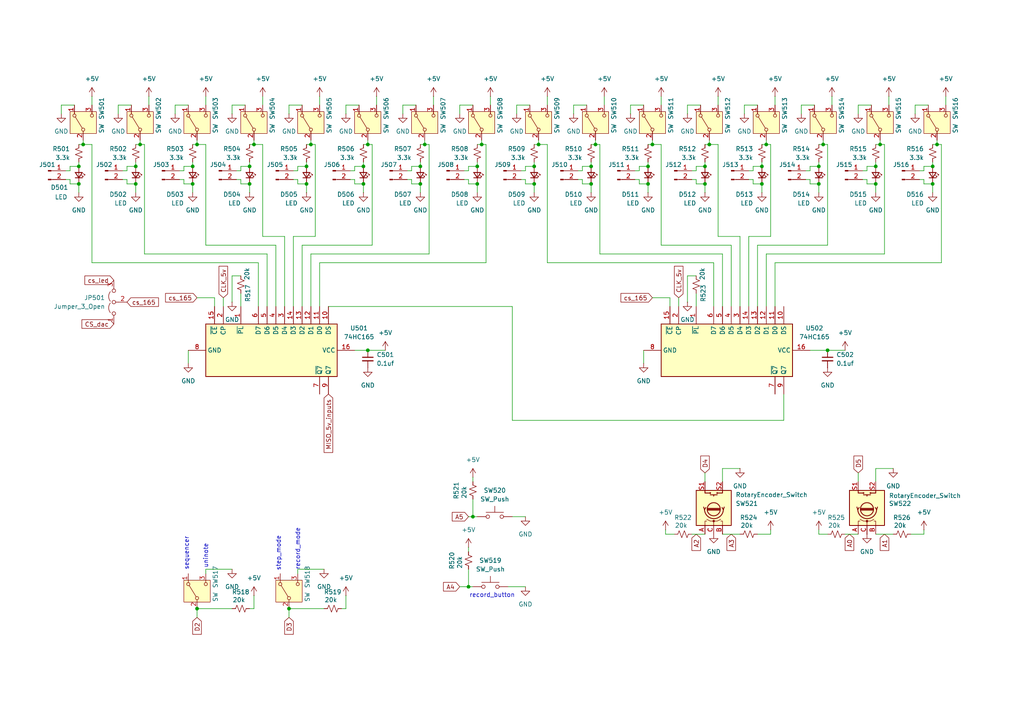
<source format=kicad_sch>
(kicad_sch (version 20250114) (generator "eeschema") (generator_version "9.0")
  (paper "A4")
  (text "record_mode" (at 86.36 159.258 90) (effects (font (size 1.27 1.27))))
  (text "uninote" (at 59.69 161.29 90) (effects (font (size 1.27 1.27))))
  (text "step_mode" (at 80.772 160.528 90) (effects (font (size 1.27 1.27))))
  (text "record_button" (at 142.748 172.72 0) (effects (font (size 1.27 1.27))))
  (text "sequencer\n" (at 54.102 160.528 90) (effects (font (size 1.27 1.27))))
  (junction (at 106.68 41.91))
  (junction (at 154.94 53.34))
  (junction (at 105.41 53.34))
  (junction (at 171.45 53.34))
  (junction (at 154.94 48.26))
  (junction (at 205.74 41.91))
  (junction (at 73.66 41.91))
  (junction (at 88.9 48.26))
  (junction (at 220.98 53.34))
  (junction (at 57.15 176.53))
  (junction (at 270.51 53.34))
  (junction (at 237.49 48.26))
  (junction (at 271.78 41.91))
  (junction (at 83.82 176.53))
  (junction (at 237.49 53.34))
  (junction (at 172.72 41.91))
  (junction (at 57.15 41.91))
  (junction (at 72.39 48.26))
  (junction (at 156.21 41.91))
  (junction (at 139.7 41.91))
  (junction (at 138.43 53.34))
  (junction (at 90.17 41.91))
  (junction (at 254 48.26))
  (junction (at 39.37 48.26))
  (junction (at 204.47 48.26))
  (junction (at 88.9 53.34))
  (junction (at 106.68 101.6))
  (junction (at 171.45 48.26))
  (junction (at 55.88 53.34))
  (junction (at 55.88 48.26))
  (junction (at 187.96 48.26))
  (junction (at 220.98 48.26))
  (junction (at 137.16 149.86))
  (junction (at 22.86 48.26))
  (junction (at 121.92 48.26))
  (junction (at 240.03 101.6))
  (junction (at 24.13 41.91))
  (junction (at 238.76 41.91))
  (junction (at 72.39 53.34))
  (junction (at 39.37 53.34))
  (junction (at 189.23 41.91))
  (junction (at 40.64 41.91))
  (junction (at 22.86 53.34))
  (junction (at 138.43 48.26))
  (junction (at 121.92 53.34))
  (junction (at 255.27 41.91))
  (junction (at 187.96 53.34))
  (junction (at 105.41 48.26))
  (junction (at 222.25 41.91))
  (junction (at 135.89 170.18))
  (junction (at 204.47 53.34))
  (junction (at 270.51 48.26))
  (junction (at 254 53.34))
  (junction (at 123.19 41.91))
  (wire (pts (xy 57.15 176.53) (xy 57.15 179.07)))
  (wire (pts (xy 185.42 49.53) (xy 185.42 48.26)))
  (wire (pts (xy 217.17 68.58) (xy 223.52 68.58)))
  (wire (pts (xy 74.93 88.9) (xy 74.93 76.2)))
  (wire (pts (xy 50.8 33.02) (xy 50.8 30.48)))
  (wire (pts (xy 139.7 41.91) (xy 140.97 41.91)))
  (wire (pts (xy 251.46 49.53) (xy 251.46 48.26)))
  (wire (pts (xy 123.19 41.91) (xy 123.19 40.64)))
  (wire (pts (xy 73.66 41.91) (xy 76.2 41.91)))
  (wire (pts (xy 52.07 52.07) (xy 53.34 52.07)))
  (wire (pts (xy 102.87 52.07) (xy 102.87 53.34)))
  (wire (pts (xy 17.78 30.48) (xy 21.59 30.48)))
  (wire (pts (xy 152.4 52.07) (xy 152.4 53.34)))
  (wire (pts (xy 106.68 41.91) (xy 107.95 41.91)))
  (wire (pts (xy 86.36 49.53) (xy 86.36 48.26)))
  (wire (pts (xy 119.38 52.07) (xy 119.38 53.34)))
  (wire (pts (xy 220.98 53.34) (xy 220.98 55.88)))
  (wire (pts (xy 88.9 53.34) (xy 88.9 55.88)))
  (wire (pts (xy 64.77 86.36) (xy 64.77 88.9)))
  (wire (pts (xy 100.33 172.72) (xy 100.33 176.53)))
  (wire (pts (xy 148.59 88.9) (xy 148.59 121.92)))
  (wire (pts (xy 248.92 30.48) (xy 252.73 30.48)))
  (wire (pts (xy 154.94 48.26) (xy 154.94 46.99)))
  (wire (pts (xy 218.44 53.34) (xy 220.98 53.34)))
  (wire (pts (xy 224.79 27.94) (xy 224.79 30.48)))
  (wire (pts (xy 22.86 48.26) (xy 22.86 46.99)))
  (wire (pts (xy 265.43 33.02) (xy 265.43 30.48)))
  (wire (pts (xy 124.46 73.66) (xy 124.46 41.91)))
  (wire (pts (xy 207.01 76.2) (xy 158.75 76.2)))
  (wire (pts (xy 257.81 27.94) (xy 257.81 30.48)))
  (wire (pts (xy 59.69 27.94) (xy 59.69 30.48)))
  (wire (pts (xy 199.39 80.01) (xy 201.93 80.01)))
  (wire (pts (xy 121.92 48.26) (xy 121.92 46.99)))
  (wire (pts (xy 53.34 53.34) (xy 55.88 53.34)))
  (wire (pts (xy 86.36 52.07) (xy 86.36 53.34)))
  (wire (pts (xy 40.64 41.91) (xy 41.91 41.91)))
  (wire (pts (xy 175.26 27.94) (xy 175.26 30.48)))
  (wire (pts (xy 158.75 27.94) (xy 158.75 30.48)))
  (wire (pts (xy 57.15 176.53) (xy 67.31 176.53)))
  (wire (pts (xy 86.36 48.26) (xy 88.9 48.26)))
  (wire (pts (xy 273.05 76.2) (xy 224.79 76.2)))
  (wire (pts (xy 191.77 41.91) (xy 189.23 41.91)))
  (wire (pts (xy 201.93 53.34) (xy 204.47 53.34)))
  (wire (pts (xy 74.93 76.2) (xy 26.67 76.2)))
  (wire (pts (xy 267.97 153.67) (xy 267.97 154.94)))
  (wire (pts (xy 36.83 52.07) (xy 36.83 53.34)))
  (wire (pts (xy 40.64 41.91) (xy 40.64 40.64)))
  (wire (pts (xy 222.25 41.91) (xy 222.25 40.64)))
  (wire (pts (xy 73.66 176.53) (xy 72.39 176.53)))
  (wire (pts (xy 168.91 49.53) (xy 168.91 48.26)))
  (wire (pts (xy 209.55 154.94) (xy 214.63 154.94)))
  (wire (pts (xy 39.37 41.91) (xy 40.64 41.91)))
  (wire (pts (xy 219.71 71.12) (xy 219.71 88.9)))
  (wire (pts (xy 270.51 53.34) (xy 270.51 55.88)))
  (wire (pts (xy 22.86 53.34) (xy 22.86 55.88)))
  (wire (pts (xy 238.76 41.91) (xy 238.76 40.64)))
  (wire (pts (xy 234.95 53.34) (xy 237.49 53.34)))
  (wire (pts (xy 68.58 49.53) (xy 69.85 49.53)))
  (wire (pts (xy 73.66 41.91) (xy 73.66 40.64)))
  (wire (pts (xy 271.78 41.91) (xy 271.78 40.64)))
  (wire (pts (xy 227.33 114.3) (xy 227.33 121.92)))
  (wire (pts (xy 83.82 33.02) (xy 83.82 30.48)))
  (wire (pts (xy 139.7 41.91) (xy 139.7 40.64)))
  (wire (pts (xy 91.44 41.91) (xy 90.17 41.91)))
  (wire (pts (xy 72.39 48.26) (xy 72.39 46.99)))
  (wire (pts (xy 232.41 33.02) (xy 232.41 30.48)))
  (wire (pts (xy 93.98 165.1) (xy 86.36 165.1)))
  (wire (pts (xy 208.28 41.91) (xy 208.28 68.58)))
  (wire (pts (xy 39.37 53.34) (xy 39.37 55.88)))
  (wire (pts (xy 267.97 49.53) (xy 267.97 48.26)))
  (wire (pts (xy 119.38 48.26) (xy 121.92 48.26)))
  (wire (pts (xy 234.95 48.26) (xy 237.49 48.26)))
  (wire (pts (xy 254 53.34) (xy 254 55.88)))
  (wire (pts (xy 218.44 49.53) (xy 218.44 48.26)))
  (wire (pts (xy 102.87 53.34) (xy 105.41 53.34)))
  (wire (pts (xy 214.63 135.89) (xy 209.55 135.89)))
  (wire (pts (xy 220.98 48.26) (xy 220.98 46.99)))
  (wire (pts (xy 119.38 53.34) (xy 121.92 53.34)))
  (wire (pts (xy 69.85 53.34) (xy 72.39 53.34)))
  (wire (pts (xy 85.09 88.9) (xy 85.09 68.58)))
  (wire (pts (xy 69.85 48.26) (xy 72.39 48.26)))
  (wire (pts (xy 204.47 137.16) (xy 204.47 139.7)))
  (wire (pts (xy 267.97 154.94) (xy 264.16 154.94)))
  (wire (pts (xy 204.47 48.26) (xy 204.47 46.99)))
  (wire (pts (xy 237.49 153.67) (xy 237.49 154.94)))
  (wire (pts (xy 201.93 85.09) (xy 201.93 88.9)))
  (wire (pts (xy 214.63 68.58) (xy 214.63 88.9)))
  (wire (pts (xy 36.83 53.34) (xy 39.37 53.34)))
  (wire (pts (xy 220.98 41.91) (xy 222.25 41.91)))
  (wire (pts (xy 101.6 49.53) (xy 102.87 49.53)))
  (wire (pts (xy 209.55 73.66) (xy 209.55 88.9)))
  (wire (pts (xy 166.37 33.02) (xy 166.37 30.48)))
  (wire (pts (xy 222.25 88.9) (xy 222.25 73.66)))
  (wire (pts (xy 134.62 52.07) (xy 135.89 52.07)))
  (wire (pts (xy 142.24 27.94) (xy 142.24 30.48)))
  (wire (pts (xy 212.09 71.12) (xy 191.77 71.12)))
  (wire (pts (xy 270.51 48.26) (xy 270.51 46.99)))
  (wire (pts (xy 83.82 179.07) (xy 83.82 176.53)))
  (wire (pts (xy 217.17 88.9) (xy 217.17 68.58)))
  (wire (pts (xy 72.39 41.91) (xy 73.66 41.91)))
  (wire (pts (xy 208.28 27.94) (xy 208.28 30.48)))
  (wire (pts (xy 34.29 30.48) (xy 38.1 30.48)))
  (wire (pts (xy 173.99 41.91) (xy 172.72 41.91)))
  (wire (pts (xy 91.44 68.58) (xy 91.44 41.91)))
  (wire (pts (xy 105.41 41.91) (xy 106.68 41.91)))
  (wire (pts (xy 59.69 71.12) (xy 59.69 41.91)))
  (wire (pts (xy 20.32 53.34) (xy 22.86 53.34)))
  (wire (pts (xy 259.08 135.89) (xy 254 135.89)))
  (wire (pts (xy 266.7 49.53) (xy 267.97 49.53)))
  (wire (pts (xy 273.05 41.91) (xy 273.05 76.2)))
  (wire (pts (xy 140.97 41.91) (xy 140.97 76.2)))
  (wire (pts (xy 166.37 30.48) (xy 170.18 30.48)))
  (wire (pts (xy 68.58 52.07) (xy 69.85 52.07)))
  (wire (pts (xy 55.88 41.91) (xy 57.15 41.91)))
  (wire (pts (xy 116.84 33.02) (xy 116.84 30.48)))
  (wire (pts (xy 90.17 88.9) (xy 90.17 73.66)))
  (wire (pts (xy 22.86 41.91) (xy 24.13 41.91)))
  (wire (pts (xy 234.95 101.6) (xy 240.03 101.6)))
  (wire (pts (xy 20.32 49.53) (xy 20.32 48.26)))
  (wire (pts (xy 55.88 53.34) (xy 55.88 55.88)))
  (wire (pts (xy 271.78 41.91) (xy 273.05 41.91)))
  (wire (pts (xy 118.11 49.53) (xy 119.38 49.53)))
  (wire (pts (xy 50.8 30.48) (xy 54.61 30.48)))
  (wire (pts (xy 135.89 149.86) (xy 137.16 149.86)))
  (wire (pts (xy 152.4 49.53) (xy 152.4 48.26)))
  (wire (pts (xy 222.25 41.91) (xy 223.52 41.91)))
  (wire (pts (xy 200.66 154.94) (xy 204.47 154.94)))
  (wire (pts (xy 138.43 41.91) (xy 139.7 41.91)))
  (wire (pts (xy 171.45 53.34) (xy 171.45 55.88)))
  (wire (pts (xy 248.92 137.16) (xy 248.92 139.7)))
  (wire (pts (xy 52.07 49.53) (xy 53.34 49.53)))
  (wire (pts (xy 237.49 48.26) (xy 237.49 46.99)))
  (wire (pts (xy 26.67 27.94) (xy 26.67 30.48)))
  (wire (pts (xy 245.11 154.94) (xy 248.92 154.94)))
  (wire (pts (xy 189.23 41.91) (xy 189.23 40.64)))
  (wire (pts (xy 19.05 52.07) (xy 20.32 52.07)))
  (wire (pts (xy 224.79 76.2) (xy 224.79 88.9)))
  (wire (pts (xy 233.68 49.53) (xy 234.95 49.53)))
  (wire (pts (xy 267.97 48.26) (xy 270.51 48.26)))
  (wire (pts (xy 53.34 52.07) (xy 53.34 53.34)))
  (wire (pts (xy 105.41 53.34) (xy 105.41 55.88)))
  (wire (pts (xy 201.93 49.53) (xy 201.93 48.26)))
  (wire (pts (xy 77.47 73.66) (xy 77.47 88.9)))
  (wire (pts (xy 254 48.26) (xy 254 46.99)))
  (wire (pts (xy 92.71 76.2) (xy 92.71 88.9)))
  (wire (pts (xy 222.25 73.66) (xy 256.54 73.66)))
  (wire (pts (xy 227.33 121.92) (xy 148.59 121.92)))
  (wire (pts (xy 199.39 87.63) (xy 199.39 80.01)))
  (wire (pts (xy 148.59 88.9) (xy 95.25 88.9)))
  (wire (pts (xy 194.31 86.36) (xy 194.31 88.9)))
  (wire (pts (xy 218.44 52.07) (xy 218.44 53.34)))
  (wire (pts (xy 102.87 48.26) (xy 105.41 48.26)))
  (wire (pts (xy 85.09 49.53) (xy 86.36 49.53)))
  (wire (pts (xy 241.3 27.94) (xy 241.3 30.48)))
  (wire (pts (xy 274.32 27.94) (xy 274.32 30.48)))
  (wire (pts (xy 88.9 41.91) (xy 90.17 41.91)))
  (wire (pts (xy 86.36 53.34) (xy 88.9 53.34)))
  (wire (pts (xy 182.88 30.48) (xy 186.69 30.48)))
  (wire (pts (xy 251.46 48.26) (xy 254 48.26)))
  (wire (pts (xy 172.72 41.91) (xy 172.72 40.64)))
  (wire (pts (xy 187.96 53.34) (xy 187.96 55.88)))
  (wire (pts (xy 57.15 86.36) (xy 62.23 86.36)))
  (wire (pts (xy 54.61 101.6) (xy 54.61 105.41)))
  (wire (pts (xy 193.04 154.94) (xy 195.58 154.94)))
  (wire (pts (xy 205.74 41.91) (xy 205.74 40.64)))
  (wire (pts (xy 133.35 33.02) (xy 133.35 30.48)))
  (wire (pts (xy 254 41.91) (xy 255.27 41.91)))
  (wire (pts (xy 41.91 73.66) (xy 77.47 73.66)))
  (wire (pts (xy 121.92 41.91) (xy 123.19 41.91)))
  (wire (pts (xy 267.97 52.07) (xy 267.97 53.34)))
  (wire (pts (xy 152.4 48.26) (xy 154.94 48.26)))
  (wire (pts (xy 205.74 41.91) (xy 208.28 41.91)))
  (wire (pts (xy 88.9 48.26) (xy 88.9 46.99)))
  (wire (pts (xy 168.91 48.26) (xy 171.45 48.26)))
  (wire (pts (xy 240.03 71.12) (xy 219.71 71.12)))
  (wire (pts (xy 135.89 170.18) (xy 137.16 170.18)))
  (wire (pts (xy 137.16 144.78) (xy 137.16 149.86)))
  (wire (pts (xy 184.15 49.53) (xy 185.42 49.53)))
  (wire (pts (xy 237.49 41.91) (xy 238.76 41.91)))
  (wire (pts (xy 167.64 52.07) (xy 168.91 52.07)))
  (wire (pts (xy 59.69 165.1) (xy 59.69 166.37)))
  (wire (pts (xy 256.54 73.66) (xy 256.54 41.91)))
  (wire (pts (xy 67.31 30.48) (xy 71.12 30.48)))
  (wire (pts (xy 193.04 153.67) (xy 193.04 154.94)))
  (wire (pts (xy 149.86 33.02) (xy 149.86 30.48)))
  (wire (pts (xy 17.78 33.02) (xy 17.78 30.48)))
  (wire (pts (xy 167.64 49.53) (xy 168.91 49.53)))
  (wire (pts (xy 217.17 52.07) (xy 218.44 52.07)))
  (wire (pts (xy 187.96 48.26) (xy 187.96 46.99)))
  (wire (pts (xy 207.01 88.9) (xy 207.01 76.2)))
  (wire (pts (xy 36.83 48.26) (xy 39.37 48.26)))
  (wire (pts (xy 251.46 52.07) (xy 251.46 53.34)))
  (wire (pts (xy 250.19 52.07) (xy 251.46 52.07)))
  (wire (pts (xy 173.99 73.66) (xy 209.55 73.66)))
  (wire (pts (xy 201.93 48.26) (xy 204.47 48.26)))
  (wire (pts (xy 39.37 48.26) (xy 39.37 46.99)))
  (wire (pts (xy 158.75 76.2) (xy 158.75 41.91)))
  (wire (pts (xy 26.67 41.91) (xy 24.13 41.91)))
  (wire (pts (xy 255.27 41.91) (xy 255.27 40.64)))
  (wire (pts (xy 137.16 138.43) (xy 137.16 139.7)))
  (wire (pts (xy 100.33 176.53) (xy 99.06 176.53)))
  (wire (pts (xy 100.33 33.02) (xy 100.33 30.48)))
  (wire (pts (xy 82.55 68.58) (xy 82.55 88.9)))
  (wire (pts (xy 90.17 73.66) (xy 124.46 73.66)))
  (wire (pts (xy 137.16 149.86) (xy 138.43 149.86)))
  (wire (pts (xy 218.44 48.26) (xy 220.98 48.26)))
  (wire (pts (xy 223.52 154.94) (xy 219.71 154.94)))
  (wire (pts (xy 254 154.94) (xy 259.08 154.94)))
  (wire (pts (xy 69.85 85.09) (xy 69.85 88.9)))
  (wire (pts (xy 35.56 49.53) (xy 36.83 49.53)))
  (wire (pts (xy 186.69 101.6) (xy 186.69 105.41)))
  (wire (pts (xy 208.28 68.58) (xy 214.63 68.58)))
  (wire (pts (xy 200.66 49.53) (xy 201.93 49.53)))
  (wire (pts (xy 55.88 48.26) (xy 55.88 46.99)))
  (wire (pts (xy 154.94 41.91) (xy 156.21 41.91)))
  (wire (pts (xy 80.01 71.12) (xy 59.69 71.12)))
  (wire (pts (xy 200.66 52.07) (xy 201.93 52.07)))
  (wire (pts (xy 76.2 68.58) (xy 82.55 68.58)))
  (wire (pts (xy 59.69 41.91) (xy 57.15 41.91)))
  (wire (pts (xy 125.73 27.94) (xy 125.73 30.48)))
  (wire (pts (xy 135.89 49.53) (xy 135.89 48.26)))
  (wire (pts (xy 204.47 53.34) (xy 204.47 55.88)))
  (wire (pts (xy 76.2 41.91) (xy 76.2 68.58)))
  (wire (pts (xy 106.68 101.6) (xy 111.76 101.6)))
  (wire (pts (xy 109.22 27.94) (xy 109.22 30.48)))
  (wire (pts (xy 135.89 48.26) (xy 138.43 48.26)))
  (wire (pts (xy 67.31 33.02) (xy 67.31 30.48)))
  (wire (pts (xy 92.71 27.94) (xy 92.71 30.48)))
  (wire (pts (xy 168.91 53.34) (xy 171.45 53.34)))
  (wire (pts (xy 237.49 154.94) (xy 240.03 154.94)))
  (wire (pts (xy 80.01 88.9) (xy 80.01 71.12)))
  (wire (pts (xy 53.34 49.53) (xy 53.34 48.26)))
  (wire (pts (xy 234.95 52.07) (xy 234.95 53.34)))
  (wire (pts (xy 26.67 76.2) (xy 26.67 41.91)))
  (wire (pts (xy 135.89 158.75) (xy 135.89 160.02)))
  (wire (pts (xy 189.23 86.36) (xy 194.31 86.36)))
  (wire (pts (xy 254 135.89) (xy 254 139.7)))
  (wire (pts (xy 34.29 33.02) (xy 34.29 30.48)))
  (wire (pts (xy 101.6 52.07) (xy 102.87 52.07)))
  (wire (pts (xy 67.31 87.63) (xy 67.31 80.01)))
  (wire (pts (xy 184.15 52.07) (xy 185.42 52.07)))
  (wire (pts (xy 240.03 101.6) (xy 245.11 101.6)))
  (wire (pts (xy 223.52 153.67) (xy 223.52 154.94)))
  (wire (pts (xy 19.05 49.53) (xy 20.32 49.53)))
  (wire (pts (xy 265.43 30.48) (xy 269.24 30.48)))
  (wire (pts (xy 83.82 176.53) (xy 93.98 176.53)))
  (wire (pts (xy 20.32 48.26) (xy 22.86 48.26)))
  (wire (pts (xy 106.68 41.91) (xy 106.68 40.64)))
  (wire (pts (xy 138.43 48.26) (xy 138.43 46.99)))
  (wire (pts (xy 154.94 53.34) (xy 154.94 55.88)))
  (wire (pts (xy 238.76 41.91) (xy 240.03 41.91)))
  (wire (pts (xy 270.51 41.91) (xy 271.78 41.91)))
  (wire (pts (xy 215.9 33.02) (xy 215.9 30.48)))
  (wire (pts (xy 102.87 49.53) (xy 102.87 48.26)))
  (wire (pts (xy 116.84 30.48) (xy 120.65 30.48)))
  (wire (pts (xy 232.41 30.48) (xy 236.22 30.48)))
  (wire (pts (xy 237.49 53.34) (xy 237.49 55.88)))
  (wire (pts (xy 250.19 49.53) (xy 251.46 49.53)))
  (wire (pts (xy 135.89 165.1) (xy 135.89 170.18)))
  (wire (pts (xy 248.92 33.02) (xy 248.92 30.48)))
  (wire (pts (xy 140.97 76.2) (xy 92.71 76.2)))
  (wire (pts (xy 107.95 71.12) (xy 87.63 71.12)))
  (wire (pts (xy 151.13 49.53) (xy 152.4 49.53)))
  (wire (pts (xy 83.82 30.48) (xy 87.63 30.48)))
  (wire (pts (xy 240.03 41.91) (xy 240.03 71.12)))
  (wire (pts (xy 107.95 41.91) (xy 107.95 71.12)))
  (wire (pts (xy 185.42 52.07) (xy 185.42 53.34)))
  (wire (pts (xy 100.33 30.48) (xy 104.14 30.48)))
  (wire (pts (xy 86.36 165.1) (xy 86.36 166.37)))
  (wire (pts (xy 134.62 49.53) (xy 135.89 49.53)))
  (wire (pts (xy 90.17 41.91) (xy 90.17 40.64)))
  (wire (pts (xy 199.39 33.02) (xy 199.39 30.48)))
  (wire (pts (xy 152.4 149.86) (xy 148.59 149.86)))
  (wire (pts (xy 57.15 41.91) (xy 57.15 40.64)))
  (wire (pts (xy 135.89 52.07) (xy 135.89 53.34)))
  (wire (pts (xy 256.54 41.91) (xy 255.27 41.91)))
  (wire (pts (xy 191.77 71.12) (xy 191.77 41.91)))
  (wire (pts (xy 105.41 48.26) (xy 105.41 46.99)))
  (wire (pts (xy 217.17 49.53) (xy 218.44 49.53)))
  (wire (pts (xy 138.43 53.34) (xy 138.43 55.88)))
  (wire (pts (xy 201.93 52.07) (xy 201.93 53.34)))
  (wire (pts (xy 87.63 71.12) (xy 87.63 88.9)))
  (wire (pts (xy 267.97 53.34) (xy 270.51 53.34)))
  (wire (pts (xy 20.32 52.07) (xy 20.32 53.34)))
  (wire (pts (xy 24.13 41.91) (xy 24.13 40.64)))
  (wire (pts (xy 119.38 49.53) (xy 119.38 48.26)))
  (wire (pts (xy 69.85 49.53) (xy 69.85 48.26)))
  (wire (pts (xy 152.4 53.34) (xy 154.94 53.34)))
  (wire (pts (xy 251.46 53.34) (xy 254 53.34)))
  (wire (pts (xy 121.92 53.34) (xy 121.92 55.88)))
  (wire (pts (xy 53.34 48.26) (xy 55.88 48.26)))
  (wire (pts (xy 149.86 30.48) (xy 153.67 30.48)))
  (wire (pts (xy 204.47 41.91) (xy 205.74 41.91)))
  (wire (pts (xy 67.31 165.1) (xy 59.69 165.1)))
  (wire (pts (xy 199.39 30.48) (xy 203.2 30.48)))
  (wire (pts (xy 158.75 41.91) (xy 156.21 41.91)))
  (wire (pts (xy 67.31 80.01) (xy 69.85 80.01)))
  (wire (pts (xy 233.68 52.07) (xy 234.95 52.07)))
  (wire (pts (xy 124.46 41.91) (xy 123.19 41.91)))
  (wire (pts (xy 36.83 49.53) (xy 36.83 48.26)))
  (wire (pts (xy 85.09 68.58) (xy 91.44 68.58)))
  (wire (pts (xy 147.32 170.18) (xy 152.4 170.18)))
  (wire (pts (xy 102.87 101.6) (xy 106.68 101.6)))
  (wire (pts (xy 182.88 33.02) (xy 182.88 30.48)))
  (wire (pts (xy 76.2 27.94) (xy 76.2 30.48)))
  (wire (pts (xy 187.96 41.91) (xy 189.23 41.91)))
  (wire (pts (xy 209.55 135.89) (xy 209.55 139.7)))
  (wire (pts (xy 171.45 41.91) (xy 172.72 41.91)))
  (wire (pts (xy 266.7 52.07) (xy 267.97 52.07)))
  (wire (pts (xy 215.9 30.48) (xy 219.71 30.48)))
  (wire (pts (xy 185.42 48.26) (xy 187.96 48.26)))
  (wire (pts (xy 151.13 52.07) (xy 152.4 52.07)))
  (wire (pts (xy 156.21 41.91) (xy 156.21 40.64)))
  (wire (pts (xy 135.89 53.34) (xy 138.43 53.34)))
  (wire (pts (xy 234.95 49.53) (xy 234.95 48.26)))
  (wire (pts (xy 118.11 52.07) (xy 119.38 52.07)))
  (wire (pts (xy 72.39 53.34) (xy 72.39 55.88)))
  (wire (pts (xy 62.23 86.36) (xy 62.23 88.9)))
  (wire (pts (xy 85.09 52.07) (xy 86.36 52.07)))
  (wire (pts (xy 133.35 30.48) (xy 137.16 30.48)))
  (wire (pts (xy 69.85 52.07) (xy 69.85 53.34)))
  (wire (pts (xy 35.56 52.07) (xy 36.83 52.07)))
  (wire (pts (xy 41.91 41.91) (xy 41.91 73.66)))
  (wire (pts (xy 185.42 53.34) (xy 187.96 53.34)))
  (wire (pts (xy 43.18 27.94) (xy 43.18 30.48)))
  (wire (pts (xy 212.09 88.9) (xy 212.09 71.12)))
  (wire (pts (xy 173.99 73.66) (xy 173.99 41.91)))
  (wire (pts (xy 133.35 170.18) (xy 135.89 170.18)))
  (wire (pts (xy 196.85 86.36) (xy 196.85 88.9)))
  (wire (pts (xy 73.66 172.72) (xy 73.66 176.53)))
  (wire (pts (xy 171.45 48.26) (xy 171.45 46.99)))
  (wire (pts (xy 223.52 68.58) (xy 223.52 41.91)))
  (wire (pts (xy 191.77 27.94) (xy 191.77 30.48)))
  (wire (pts (xy 168.91 52.07) (xy 168.91 53.34)))
  (global_label "cs_165" (shape input) (at 57.15 86.36 180) (property "Intersheetrefs" "${INTERSHEET_REFS}" (effects (hide yes))))
  (global_label "A2" (shape input) (at 201.93 154.94 270) (property "Intersheetrefs" "${INTERSHEET_REFS}" (effects (hide yes))))
  (global_label "A1" (shape input) (at 256.54 154.94 270) (property "Intersheetrefs" "${INTERSHEET_REFS}" (effects (hide yes))))
  (global_label "D2" (shape input) (at 57.15 179.07 270) (property "Intersheetrefs" "${INTERSHEET_REFS}" (effects (hide yes))))
  (global_label "CS_dac" (shape input) (at 33.02 93.98 180) (property "Intersheetrefs" "${INTERSHEET_REFS}" (effects (hide yes))))
  (global_label "cs_165" (shape input) (at 36.83 87.63 0) (property "Intersheetrefs" "${INTERSHEET_REFS}" (effects (hide yes))))
  (global_label "CLK_5v" (shape input) (at 64.77 86.36 90) (property "Intersheetrefs" "${INTERSHEET_REFS}" (effects (hide yes))))
  (global_label "A3" (shape input) (at 212.09 154.94 270) (property "Intersheetrefs" "${INTERSHEET_REFS}" (effects (hide yes))))
  (global_label "D5" (shape input) (at 248.92 137.16 90) (property "Intersheetrefs" "${INTERSHEET_REFS}" (effects (hide yes))))
  (global_label "A0" (shape input) (at 246.38 154.94 270) (property "Intersheetrefs" "${INTERSHEET_REFS}" (effects (hide yes))))
  (global_label "MISO_5v_inputs" (shape input) (at 95.25 114.3 270) (property "Intersheetrefs" "${INTERSHEET_REFS}" (effects (hide yes))))
  (global_label "D4" (shape input) (at 204.47 137.16 90) (property "Intersheetrefs" "${INTERSHEET_REFS}" (effects (hide yes))))
  (global_label "D3" (shape input) (at 83.82 179.07 270) (property "Intersheetrefs" "${INTERSHEET_REFS}" (effects (hide yes))))
  (global_label "A4" (shape input) (at 133.35 170.18 180) (property "Intersheetrefs" "${INTERSHEET_REFS}" (effects (hide yes))))
  (global_label "A5" (shape input) (at 135.89 149.86 180) (property "Intersheetrefs" "${INTERSHEET_REFS}" (effects (hide yes))))
  (global_label "CLK_5v" (shape input) (at 196.85 86.36 90) (property "Intersheetrefs" "${INTERSHEET_REFS}" (effects (hide yes))))
  (global_label "cs_165" (shape input) (at 189.23 86.36 180) (property "Intersheetrefs" "${INTERSHEET_REFS}" (effects (hide yes))))
  (global_label "cs_led" (shape input) (at 33.02 81.28 180) (property "Intersheetrefs" "${INTERSHEET_REFS}" (effects (hide yes))))
  (symbol (lib_id "Connector:Conn_01x02_Pin") (at 212.09 49.53 0) (unit 1)
    (property "Reference" "J513" (at 211.836 47.752 0))
    (property "Value" "Conn_01x02_Pin" (effects (hide yes)))
    (property "Footprint" "Connector_PinSocket_2.54mm:PinSocket_1x02_P2.54mm_Vertical" (effects (hide yes)))
    (property "Description" "Generic connector, single row, 01x02, script generated" (effects (hide yes)))
  )
  (symbol (lib_id "power:GND") (at 166.37 33.02 0) (unit 1)
    (property "Reference" "#PWR0540" (effects (hide yes)))
    (property "Value" "GND" (at 166.37 38.1 0))
    (property "Description" "Power symbol creates a global label with name \"GND\" , ground" (effects (hide yes)))
  )
  (symbol (lib_id "Device:R_Small_US") (at 55.88 44.45 0) (mirror y) (unit 1)
    (property "Reference" "R503" (at 53.34 43.1799 0) (effects (justify left)))
    (property "Value" "3.3k" (at 53.34 45.7199 0) (effects (justify left)))
    (property "Footprint" "Resistor_SMD:R_0805_2012Metric_Pad1.20x1.40mm_HandSolder" (effects (hide yes)))
    (property "Description" "Resistor, small US symbol" (effects (hide yes)))
  )
  (symbol (lib_id "power:GND") (at 220.98 55.88 0) (mirror y) (unit 1)
    (property "Reference" "#PWR0554" (effects (hide yes)))
    (property "Value" "GND" (at 220.98 60.96 0))
    (property "Description" "Power symbol creates a global label with name \"GND\" , ground" (effects (hide yes)))
  )
  (symbol (lib_id "power:+5V") (at 241.3 27.94 0) (unit 1)
    (property "Reference" "#PWR0561" (effects (hide yes)))
    (property "Value" "+5V" (at 241.3 22.86 0))
    (property "Description" "Power symbol creates a global label with name \"+5V\"" (effects (hide yes)))
  )
  (symbol (lib_id "power:GND") (at 72.39 55.88 0) (mirror y) (unit 1)
    (property "Reference" "#PWR0514" (effects (hide yes)))
    (property "Value" "GND" (at 72.39 60.96 0))
    (property "Description" "Power symbol creates a global label with name \"GND\" , ground" (effects (hide yes)))
  )
  (symbol (lib_id "Device:LED_Small") (at 204.47 50.8 270) (mirror x) (unit 1)
    (property "Reference" "D512" (at 201.93 56.388 90) (effects (justify right)))
    (property "Value" "LED" (at 201.93 58.928 90) (effects (justify right)))
    (property "Footprint" "LED_SMD:LED_0805_2012Metric_Pad1.15x1.40mm_HandSolder" (effects (hide yes)))
    (property "Description" "Light emitting diode, small symbol" (effects (hide yes)))
    (property "Sim.Pin" "1=K 2=A" (effects (hide yes)))
  )
  (symbol (lib_id "power:+5V") (at 257.81 27.94 0) (unit 1)
    (property "Reference" "#PWR0566" (effects (hide yes)))
    (property "Value" "+5V" (at 257.81 22.86 0))
    (property "Description" "Power symbol creates a global label with name \"+5V\"" (effects (hide yes)))
  )
  (symbol (lib_id "power:GND") (at 93.98 165.1 0) (mirror y) (unit 1)
    (property "Reference" "#PWR0520" (effects (hide yes)))
    (property "Value" "GND" (at 93.98 170.18 0))
    (property "Description" "Power symbol creates a global label with name \"GND\" , ground" (effects (hide yes)))
  )
  (symbol (lib_id "Jumper:Jumper_3_Open") (at 33.02 87.63 90) (unit 1) (in_bom no)
    (property "Reference" "JP501" (at 30.48 86.3599 90) (effects (justify left)))
    (property "Value" "Jumper_3_Open" (at 30.48 88.8999 90) (effects (justify left)))
    (property "Footprint" "Connector_PinHeader_2.54mm:PinHeader_1x03_P2.54mm_Vertical" (effects (hide yes)))
    (property "Description" "Jumper, 3-pole, both open" (effects (hide yes)))
  )
  (symbol (lib_id "Connector:Conn_01x02_Pin") (at 146.05 49.53 0) (unit 1)
    (property "Reference" "J509" (at 145.796 47.752 0))
    (property "Value" "Conn_01x02_Pin" (effects (hide yes)))
    (property "Footprint" "Connector_PinSocket_2.54mm:PinSocket_1x02_P2.54mm_Vertical" (effects (hide yes)))
    (property "Description" "Generic connector, single row, 01x02, script generated" (effects (hide yes)))
  )
  (symbol (lib_id "power:GND") (at 88.9 55.88 0) (mirror y) (unit 1)
    (property "Reference" "#PWR0518" (effects (hide yes)))
    (property "Value" "GND" (at 88.9 60.96 0))
    (property "Description" "Power symbol creates a global label with name \"GND\" , ground" (effects (hide yes)))
  )
  (symbol (lib_id "Connector:Conn_01x02_Pin") (at 96.52 49.53 0) (unit 1)
    (property "Reference" "J506" (at 96.266 47.752 0))
    (property "Value" "Conn_01x02_Pin" (effects (hide yes)))
    (property "Footprint" "Connector_PinSocket_2.54mm:PinSocket_1x02_P2.54mm_Vertical" (effects (hide yes)))
    (property "Description" "Generic connector, single row, 01x02, script generated" (effects (hide yes)))
  )
  (symbol (lib_id "Device:R_Small_US") (at 105.41 44.45 0) (mirror y) (unit 1)
    (property "Reference" "R506" (at 102.87 43.1799 0) (effects (justify left)))
    (property "Value" "3.3k" (at 102.87 45.7199 0) (effects (justify left)))
    (property "Footprint" "Resistor_SMD:R_0805_2012Metric_Pad1.20x1.40mm_HandSolder" (effects (hide yes)))
    (property "Description" "Resistor, small US symbol" (effects (hide yes)))
  )
  (symbol (lib_id "Connector:Conn_01x02_Pin") (at 63.5 49.53 0) (unit 1)
    (property "Reference" "J504" (at 63.246 47.752 0))
    (property "Value" "Conn_01x02_Pin" (effects (hide yes)))
    (property "Footprint" "Connector_PinSocket_2.54mm:PinSocket_1x02_P2.54mm_Vertical" (effects (hide yes)))
    (property "Description" "Generic connector, single row, 01x02, script generated" (effects (hide yes)))
  )
  (symbol (lib_id "Device:C_Small") (at 106.68 104.14 0) (unit 1)
    (property "Reference" "C501" (at 109.22 102.8762 0) (effects (justify left)))
    (property "Value" "0.1uf" (at 109.22 105.4162 0) (effects (justify left)))
    (property "Footprint" "LED_SMD:LED_0805_2012Metric_Pad1.15x1.40mm_HandSolder" (effects (hide yes)))
    (property "Description" "Unpolarized capacitor, small symbol" (effects (hide yes)))
  )
  (symbol (lib_id "Device:LED_Small") (at 254 50.8 270) (mirror x) (unit 1)
    (property "Reference" "D515" (at 251.46 56.388 90) (effects (justify right)))
    (property "Value" "LED" (at 251.46 58.928 90) (effects (justify right)))
    (property "Footprint" "LED_SMD:LED_0805_2012Metric_Pad1.15x1.40mm_HandSolder" (effects (hide yes)))
    (property "Description" "Light emitting diode, small symbol" (effects (hide yes)))
    (property "Sim.Pin" "1=K 2=A" (effects (hide yes)))
  )
  (symbol (lib_id "power:GND") (at 105.41 55.88 0) (mirror y) (unit 1)
    (property "Reference" "#PWR0523" (effects (hide yes)))
    (property "Value" "GND" (at 105.41 60.96 0))
    (property "Description" "Power symbol creates a global label with name \"GND\" , ground" (effects (hide yes)))
  )
  (symbol (lib_id "74xx:74HC165") (at 80.01 101.6 270) (unit 1)
    (property "Reference" "U501" (at 104.14 95.1798 90))
    (property "Value" "74HC165" (at 104.14 97.7198 90))
    (property "Footprint" "Package_SO:SO-16_3.9x9.9mm_P1.27mm" (effects (hide yes)))
    (property "Datasheet" "https://assets.nexperia.com/documents/data-sheet/74HC_HCT165.pdf" (effects (hide yes)))
    (property "Description" "Shift Register, 8-bit, Parallel Load" (effects (hide yes)))
  )
  (symbol (lib_id "power:GND") (at 149.86 33.02 0) (unit 1)
    (property "Reference" "#PWR0535" (effects (hide yes)))
    (property "Value" "GND" (at 149.86 38.1 0))
    (property "Description" "Power symbol creates a global label with name \"GND\" , ground" (effects (hide yes)))
  )
  (symbol (lib_id "Device:R_Small_US") (at 270.51 44.45 0) (mirror y) (unit 1)
    (property "Reference" "R516" (at 267.97 43.1799 0) (effects (justify left)))
    (property "Value" "3.3k" (at 267.97 45.7199 0) (effects (justify left)))
    (property "Footprint" "Resistor_SMD:R_0805_2012Metric_Pad1.20x1.40mm_HandSolder" (effects (hide yes)))
    (property "Description" "Resistor, small US symbol" (effects (hide yes)))
  )
  (symbol (lib_id "power:GND") (at 152.4 149.86 0) (mirror y) (unit 1)
    (property "Reference" "#PWR0536" (effects (hide yes)))
    (property "Value" "GND" (at 152.4 154.94 0))
    (property "Description" "Power symbol creates a global label with name \"GND\" , ground" (effects (hide yes)))
  )
  (symbol (lib_id "power:+5V") (at 111.76 101.6 0) (unit 1)
    (property "Reference" "#PWR0526" (effects (hide yes)))
    (property "Value" "+5V" (at 111.76 96.52 0))
    (property "Description" "Power symbol creates a global label with name \"+5V\"" (effects (hide yes)))
  )
  (symbol (lib_id "Connector:Conn_01x02_Pin") (at 46.99 49.53 0) (unit 1)
    (property "Reference" "J503" (at 46.736 47.752 0))
    (property "Value" "Conn_01x02_Pin" (effects (hide yes)))
    (property "Footprint" "Connector_PinSocket_2.54mm:PinSocket_1x02_P2.54mm_Vertical" (effects (hide yes)))
    (property "Description" "Generic connector, single row, 01x02, script generated" (effects (hide yes)))
  )
  (symbol (lib_id "power:+5V") (at 59.69 27.94 0) (unit 1)
    (property "Reference" "#PWR0510" (effects (hide yes)))
    (property "Value" "+5V" (at 59.69 22.86 0))
    (property "Description" "Power symbol creates a global label with name \"+5V\"" (effects (hide yes)))
  )
  (symbol (lib_id "Switch:SW_SPDT") (at 57.15 35.56 90) (unit 1)
    (property "Reference" "SW503" (at 62.484 28.194 0) (effects (justify right)))
    (property "Value" "SW" (at 62.484 35.814 0) (effects (justify right)))
    (property "Footprint" "Connector_PinSocket_2.54mm:PinSocket_1x03_P2.54mm_Vertical" (effects (hide yes)))
    (property "Description" "Switch, single pole double throw" (effects (hide yes)))
  )
  (symbol (lib_id "Device:R_Small_US") (at 138.43 44.45 0) (mirror y) (unit 1)
    (property "Reference" "R508" (at 135.89 43.1799 0) (effects (justify left)))
    (property "Value" "3.3k" (at 135.89 45.7199 0) (effects (justify left)))
    (property "Footprint" "Resistor_SMD:R_0805_2012Metric_Pad1.20x1.40mm_HandSolder" (effects (hide yes)))
    (property "Description" "Resistor, small US symbol" (effects (hide yes)))
  )
  (symbol (lib_id "power:GND") (at 171.45 55.88 0) (mirror y) (unit 1)
    (property "Reference" "#PWR0541" (effects (hide yes)))
    (property "Value" "GND" (at 171.45 60.96 0))
    (property "Description" "Power symbol creates a global label with name \"GND\" , ground" (effects (hide yes)))
  )
  (symbol (lib_id "Switch:SW_SPDT") (at 106.68 35.56 90) (unit 1)
    (property "Reference" "SW506" (at 112.014 28.194 0) (effects (justify right)))
    (property "Value" "SW" (at 112.014 35.814 0) (effects (justify right)))
    (property "Footprint" "Connector_PinSocket_2.54mm:PinSocket_1x03_P2.54mm_Vertical" (effects (hide yes)))
    (property "Description" "Switch, single pole double throw" (effects (hide yes)))
  )
  (symbol (lib_id "Device:LED_Small") (at 237.49 50.8 270) (mirror x) (unit 1)
    (property "Reference" "D514" (at 234.95 56.388 90) (effects (justify right)))
    (property "Value" "LED" (at 234.95 58.928 90) (effects (justify right)))
    (property "Footprint" "LED_SMD:LED_0805_2012Metric_Pad1.15x1.40mm_HandSolder" (effects (hide yes)))
    (property "Description" "Light emitting diode, small symbol" (effects (hide yes)))
    (property "Sim.Pin" "1=K 2=A" (effects (hide yes)))
  )
  (symbol (lib_id "Connector:Conn_01x02_Pin") (at 179.07 49.53 0) (unit 1)
    (property "Reference" "J511" (at 178.816 47.752 0))
    (property "Value" "Conn_01x02_Pin" (effects (hide yes)))
    (property "Footprint" "Connector_PinSocket_2.54mm:PinSocket_1x02_P2.54mm_Vertical" (effects (hide yes)))
    (property "Description" "Generic connector, single row, 01x02, script generated" (effects (hide yes)))
  )
  (symbol (lib_id "Device:R_Small_US") (at 121.92 44.45 0) (mirror y) (unit 1)
    (property "Reference" "R507" (at 119.38 43.1799 0) (effects (justify left)))
    (property "Value" "3.3k" (at 119.38 45.7199 0) (effects (justify left)))
    (property "Footprint" "Resistor_SMD:R_0805_2012Metric_Pad1.20x1.40mm_HandSolder" (effects (hide yes)))
    (property "Description" "Resistor, small US symbol" (effects (hide yes)))
  )
  (symbol (lib_id "Switch:SW_Push") (at 142.24 170.18 0) (unit 1)
    (property "Reference" "SW519" (at 142.24 162.56 0))
    (property "Value" "SW_Push" (at 142.24 165.1 0))
    (property "Footprint" "Connector_PinSocket_2.54mm:PinSocket_1x02_P2.54mm_Vertical" (effects (hide yes)))
    (property "Description" "Push button switch, generic, two pins" (effects (hide yes)))
  )
  (symbol (lib_id "power:+5V") (at 142.24 27.94 0) (unit 1)
    (property "Reference" "#PWR0534" (effects (hide yes)))
    (property "Value" "+5V" (at 142.24 22.86 0))
    (property "Description" "Power symbol creates a global label with name \"+5V\"" (effects (hide yes)))
  )
  (symbol (lib_id "Switch:SW_SPDT") (at 156.21 35.56 90) (unit 1)
    (property "Reference" "SW509" (at 161.544 28.194 0) (effects (justify right)))
    (property "Value" "SW" (at 161.544 35.814 0) (effects (justify right)))
    (property "Footprint" "Connector_PinSocket_2.54mm:PinSocket_1x03_P2.54mm_Vertical" (effects (hide yes)))
    (property "Description" "Switch, single pole double throw" (effects (hide yes)))
  )
  (symbol (lib_id "power:GND") (at 100.33 33.02 0) (unit 1)
    (property "Reference" "#PWR0521" (effects (hide yes)))
    (property "Value" "GND" (at 100.33 38.1 0))
    (property "Description" "Power symbol creates a global label with name \"GND\" , ground" (effects (hide yes)))
  )
  (symbol (lib_id "Device:LED_Small") (at 72.39 50.8 270) (mirror x) (unit 1)
    (property "Reference" "D504" (at 69.85 56.388 90) (effects (justify right)))
    (property "Value" "LED" (at 69.85 58.928 90) (effects (justify right)))
    (property "Footprint" "LED_SMD:LED_0805_2012Metric_Pad1.15x1.40mm_HandSolder" (effects (hide yes)))
    (property "Description" "Light emitting diode, small symbol" (effects (hide yes)))
    (property "Sim.Pin" "1=K 2=A" (effects (hide yes)))
  )
  (symbol (lib_id "Device:R_Small_US") (at 135.89 162.56 180) (unit 1)
    (property "Reference" "R520" (at 131.064 160.02 90) (effects (justify left)))
    (property "Value" "20k" (at 133.35 161.29 90) (effects (justify left)))
    (property "Footprint" "Resistor_SMD:R_0805_2012Metric_Pad1.20x1.40mm_HandSolder" (effects (hide yes)))
    (property "Description" "Resistor, small US symbol" (effects (hide yes)))
  )
  (symbol (lib_id "power:GND") (at 199.39 33.02 0) (unit 1)
    (property "Reference" "#PWR0548" (effects (hide yes)))
    (property "Value" "GND" (at 199.39 38.1 0))
    (property "Description" "Power symbol creates a global label with name \"GND\" , ground" (effects (hide yes)))
  )
  (symbol (lib_id "power:GND") (at 106.68 106.68 0) (mirror y) (unit 1)
    (property "Reference" "#PWR0524" (effects (hide yes)))
    (property "Value" "GND" (at 106.68 111.76 0))
    (property "Description" "Power symbol creates a global label with name \"GND\" , ground" (effects (hide yes)))
  )
  (symbol (lib_id "power:GND") (at 116.84 33.02 0) (unit 1)
    (property "Reference" "#PWR0527" (effects (hide yes)))
    (property "Value" "GND" (at 116.84 38.1 0))
    (property "Description" "Power symbol creates a global label with name \"GND\" , ground" (effects (hide yes)))
  )
  (symbol (lib_id "74xx:74HC165") (at 212.09 101.6 270) (unit 1)
    (property "Reference" "U502" (at 236.22 95.1798 90))
    (property "Value" "74HC165" (at 236.22 97.7198 90))
    (property "Footprint" "Package_SO:SO-16_3.9x9.9mm_P1.27mm" (effects (hide yes)))
    (property "Datasheet" "https://assets.nexperia.com/documents/data-sheet/74HC_HCT165.pdf" (effects (hide yes)))
    (property "Description" "Shift Register, 8-bit, Parallel Load" (effects (hide yes)))
  )
  (symbol (lib_id "Switch:SW_SPDT") (at 271.78 35.56 90) (unit 1)
    (property "Reference" "SW516" (at 277.114 28.194 0) (effects (justify right)))
    (property "Value" "SW" (at 277.114 35.814 0) (effects (justify right)))
    (property "Footprint" "Connector_PinSocket_2.54mm:PinSocket_1x03_P2.54mm_Vertical" (effects (hide yes)))
    (property "Description" "Switch, single pole double throw" (effects (hide yes)))
  )
  (symbol (lib_id "Switch:SW_SPDT") (at 172.72 35.56 90) (unit 1)
    (property "Reference" "SW510" (at 178.054 28.194 0) (effects (justify right)))
    (property "Value" "SW" (at 178.054 35.814 0) (effects (justify right)))
    (property "Footprint" "Connector_PinSocket_2.54mm:PinSocket_1x03_P2.54mm_Vertical" (effects (hide yes)))
    (property "Description" "Switch, single pole double throw" (effects (hide yes)))
  )
  (symbol (lib_id "Device:RotaryEncoder_Switch") (at 207.01 147.32 90) (unit 1)
    (property "Reference" "SW521" (at 213.36 146.0499 90) (effects (justify right)))
    (property "Value" "RotaryEncoder_Switch" (at 213.36 143.51 90) (effects (justify right)))
    (property "Footprint" "RotaryEncoder:RotaryEncoder_Alps_EC11E-Switch_Vertical_H20mm" (effects (hide yes)))
    (property "Description" "Rotary encoder, dual channel, incremental quadrate outputs, with switch" (effects (hide yes)))
  )
  (symbol (lib_id "power:GND") (at 254 55.88 0) (mirror y) (unit 1)
    (property "Reference" "#PWR0565" (effects (hide yes)))
    (property "Value" "GND" (at 254 60.96 0))
    (property "Description" "Power symbol creates a global label with name \"GND\" , ground" (effects (hide yes)))
  )
  (symbol (lib_id "Device:LED_Small") (at 187.96 50.8 270) (mirror x) (unit 1)
    (property "Reference" "D511" (at 185.42 56.388 90) (effects (justify right)))
    (property "Value" "LED" (at 185.42 58.928 90) (effects (justify right)))
    (property "Footprint" "LED_SMD:LED_0805_2012Metric_Pad1.15x1.40mm_HandSolder" (effects (hide yes)))
    (property "Description" "Light emitting diode, small symbol" (effects (hide yes)))
    (property "Sim.Pin" "1=K 2=A" (effects (hide yes)))
  )
  (symbol (lib_id "Device:R_Small_US") (at 22.86 44.45 0) (mirror y) (unit 1)
    (property "Reference" "R501" (at 20.32 43.1799 0) (effects (justify left)))
    (property "Value" "3.3k" (at 20.32 45.7199 0) (effects (justify left)))
    (property "Footprint" "Resistor_SMD:R_0805_2012Metric_Pad1.20x1.40mm_HandSolder" (effects (hide yes)))
    (property "Description" "Resistor, small US symbol" (effects (hide yes)))
  )
  (symbol (lib_id "power:GND") (at 259.08 135.89 0) (mirror y) (unit 1)
    (property "Reference" "#PWR0572" (effects (hide yes)))
    (property "Value" "GND" (at 259.08 140.97 0))
    (property "Description" "Power symbol creates a global label with name \"GND\" , ground" (effects (hide yes)))
  )
  (symbol (lib_id "Switch:SW_SPDT") (at 238.76 35.56 90) (unit 1)
    (property "Reference" "SW514" (at 244.094 28.194 0) (effects (justify right)))
    (property "Value" "SW" (at 244.094 35.814 0) (effects (justify right)))
    (property "Footprint" "Connector_PinSocket_2.54mm:PinSocket_1x03_P2.54mm_Vertical" (effects (hide yes)))
    (property "Description" "Switch, single pole double throw" (effects (hide yes)))
  )
  (symbol (lib_id "power:+5V") (at 158.75 27.94 0) (unit 1)
    (property "Reference" "#PWR0539" (effects (hide yes)))
    (property "Value" "+5V" (at 158.75 22.86 0))
    (property "Description" "Power symbol creates a global label with name \"+5V\"" (effects (hide yes)))
  )
  (symbol (lib_id "Switch:SW_SPDT") (at 57.15 171.45 90) (unit 1)
    (property "Reference" "SW517" (at 62.484 164.084 0) (effects (justify right)))
    (property "Value" "SW" (at 62.484 171.704 0) (effects (justify right)))
    (property "Footprint" "Connector_PinSocket_2.54mm:PinSocket_1x03_P2.54mm_Vertical" (effects (hide yes)))
    (property "Description" "Switch, single pole double throw" (effects (hide yes)))
  )
  (symbol (lib_id "Switch:SW_SPDT") (at 222.25 35.56 90) (unit 1)
    (property "Reference" "SW513" (at 227.584 28.194 0) (effects (justify right)))
    (property "Value" "SW" (at 227.584 35.814 0) (effects (justify right)))
    (property "Footprint" "Connector_PinSocket_2.54mm:PinSocket_1x03_P2.54mm_Vertical" (effects (hide yes)))
    (property "Description" "Switch, single pole double throw" (effects (hide yes)))
  )
  (symbol (lib_id "Switch:SW_SPDT") (at 24.13 35.56 90) (unit 1)
    (property "Reference" "SW501" (at 29.464 28.194 0) (effects (justify right)))
    (property "Value" "SW" (at 29.464 35.814 0) (effects (justify right)))
    (property "Footprint" "Connector_PinSocket_2.54mm:PinSocket_1x03_P2.54mm_Vertical" (effects (hide yes)))
    (property "Description" "Switch, single pole double throw" (effects (hide yes)))
  )
  (symbol (lib_id "power:GND") (at 34.29 33.02 0) (unit 1)
    (property "Reference" "#PWR0504" (effects (hide yes)))
    (property "Value" "GND" (at 34.29 38.1 0))
    (property "Description" "Power symbol creates a global label with name \"GND\" , ground" (effects (hide yes)))
  )
  (symbol (lib_id "Device:R_Small_US") (at 69.85 176.53 90) (unit 1)
    (property "Reference" "R518" (at 72.39 171.704 90) (effects (justify left)))
    (property "Value" "20k" (at 71.12 173.99 90) (effects (justify left)))
    (property "Footprint" "Resistor_SMD:R_0805_2012Metric_Pad1.20x1.40mm_HandSolder" (effects (hide yes)))
    (property "Description" "Resistor, small US symbol" (effects (hide yes)))
  )
  (symbol (lib_id "Connector:Conn_01x02_Pin") (at 113.03 49.53 0) (unit 1)
    (property "Reference" "J507" (at 112.776 47.752 0))
    (property "Value" "Conn_01x02_Pin" (effects (hide yes)))
    (property "Footprint" "Connector_PinSocket_2.54mm:PinSocket_1x02_P2.54mm_Vertical" (effects (hide yes)))
    (property "Description" "Generic connector, single row, 01x02, script generated" (effects (hide yes)))
  )
  (symbol (lib_id "Connector:Conn_01x02_Pin") (at 228.6 49.53 0) (unit 1)
    (property "Reference" "J514" (at 228.346 47.752 0))
    (property "Value" "Conn_01x02_Pin" (effects (hide yes)))
    (property "Footprint" "Connector_PinSocket_2.54mm:PinSocket_1x02_P2.54mm_Vertical" (effects (hide yes)))
    (property "Description" "Generic connector, single row, 01x02, script generated" (effects (hide yes)))
  )
  (symbol (lib_id "Device:R_Small_US") (at 261.62 154.94 90) (unit 1)
    (property "Reference" "R526" (at 264.16 150.114 90) (effects (justify left)))
    (property "Value" "20k" (at 262.89 152.4 90) (effects (justify left)))
    (property "Footprint" "Resistor_SMD:R_0805_2012Metric_Pad1.20x1.40mm_HandSolder" (effects (hide yes)))
    (property "Description" "Resistor, small US symbol" (effects (hide yes)))
  )
  (symbol (lib_id "Connector:Conn_01x02_Pin") (at 129.54 49.53 0) (unit 1)
    (property "Reference" "J508" (at 129.286 47.752 0))
    (property "Value" "Conn_01x02_Pin" (effects (hide yes)))
    (property "Footprint" "Connector_PinSocket_2.54mm:PinSocket_1x02_P2.54mm_Vertical" (effects (hide yes)))
    (property "Description" "Generic connector, single row, 01x02, script generated" (effects (hide yes)))
  )
  (symbol (lib_id "power:GND") (at 187.96 55.88 0) (mirror y) (unit 1)
    (property "Reference" "#PWR0545" (effects (hide yes)))
    (property "Value" "GND" (at 187.96 60.96 0))
    (property "Description" "Power symbol creates a global label with name \"GND\" , ground" (effects (hide yes)))
  )
  (symbol (lib_id "Device:LED_Small") (at 154.94 50.8 270) (mirror x) (unit 1)
    (property "Reference" "D509" (at 152.4 56.388 90) (effects (justify right)))
    (property "Value" "LED" (at 152.4 58.928 90) (effects (justify right)))
    (property "Footprint" "LED_SMD:LED_0805_2012Metric_Pad1.15x1.40mm_HandSolder" (effects (hide yes)))
    (property "Description" "Light emitting diode, small symbol" (effects (hide yes)))
    (property "Sim.Pin" "1=K 2=A" (effects (hide yes)))
  )
  (symbol (lib_id "power:GND") (at 237.49 55.88 0) (mirror y) (unit 1)
    (property "Reference" "#PWR0558" (effects (hide yes)))
    (property "Value" "GND" (at 237.49 60.96 0))
    (property "Description" "Power symbol creates a global label with name \"GND\" , ground" (effects (hide yes)))
  )
  (symbol (lib_id "power:+5V") (at 208.28 27.94 0) (unit 1)
    (property "Reference" "#PWR0552" (effects (hide yes)))
    (property "Value" "+5V" (at 208.28 22.86 0))
    (property "Description" "Power symbol creates a global label with name \"+5V\"" (effects (hide yes)))
  )
  (symbol (lib_id "Device:R_Small_US") (at 171.45 44.45 0) (mirror y) (unit 1)
    (property "Reference" "R510" (at 168.91 43.1799 0) (effects (justify left)))
    (property "Value" "3.3k" (at 168.91 45.7199 0) (effects (justify left)))
    (property "Footprint" "Resistor_SMD:R_0805_2012Metric_Pad1.20x1.40mm_HandSolder" (effects (hide yes)))
    (property "Description" "Resistor, small US symbol" (effects (hide yes)))
  )
  (symbol (lib_id "power:GND") (at 270.51 55.88 0) (mirror y) (unit 1)
    (property "Reference" "#PWR0569" (effects (hide yes)))
    (property "Value" "GND" (at 270.51 60.96 0))
    (property "Description" "Power symbol creates a global label with name \"GND\" , ground" (effects (hide yes)))
  )
  (symbol (lib_id "Device:C_Small") (at 240.03 104.14 0) (unit 1)
    (property "Reference" "C502" (at 242.57 102.8762 0) (effects (justify left)))
    (property "Value" "0.1uf" (at 242.57 105.4162 0) (effects (justify left)))
    (property "Footprint" "LED_SMD:LED_0805_2012Metric_Pad1.15x1.40mm_HandSolder" (effects (hide yes)))
    (property "Description" "Unpolarized capacitor, small symbol" (effects (hide yes)))
  )
  (symbol (lib_id "Connector:Conn_01x02_Pin") (at 261.62 49.53 0) (unit 1)
    (property "Reference" "J516" (at 261.366 47.752 0))
    (property "Value" "Conn_01x02_Pin" (effects (hide yes)))
    (property "Footprint" "Connector_PinSocket_2.54mm:PinSocket_1x02_P2.54mm_Vertical" (effects (hide yes)))
    (property "Description" "Generic connector, single row, 01x02, script generated" (effects (hide yes)))
  )
  (symbol (lib_id "power:+5V") (at 73.66 172.72 0) (unit 1)
    (property "Reference" "#PWR0515" (effects (hide yes)))
    (property "Value" "+5V" (at 73.66 167.64 0))
    (property "Description" "Power symbol creates a global label with name \"+5V\"" (effects (hide yes)))
  )
  (symbol (lib_id "power:+5V") (at 137.16 138.43 0) (unit 1)
    (property "Reference" "#PWR0532" (effects (hide yes)))
    (property "Value" "+5V" (at 137.16 133.35 0))
    (property "Description" "Power symbol creates a global label with name \"+5V\"" (effects (hide yes)))
  )
  (symbol (lib_id "power:+5V") (at 237.49 153.67 0) (unit 1)
    (property "Reference" "#PWR0559" (effects (hide yes)))
    (property "Value" "+5V" (at 237.49 148.59 0))
    (property "Description" "Power symbol creates a global label with name \"+5V\"" (effects (hide yes)))
  )
  (symbol (lib_id "power:+5V") (at 274.32 27.94 0) (unit 1)
    (property "Reference" "#PWR0570" (effects (hide yes)))
    (property "Value" "+5V" (at 274.32 22.86 0))
    (property "Description" "Power symbol creates a global label with name \"+5V\"" (effects (hide yes)))
  )
  (symbol (lib_id "Connector:Conn_01x02_Pin") (at 162.56 49.53 0) (unit 1)
    (property "Reference" "J510" (at 162.306 47.752 0))
    (property "Value" "Conn_01x02_Pin" (effects (hide yes)))
    (property "Footprint" "Connector_PinSocket_2.54mm:PinSocket_1x02_P2.54mm_Vertical" (effects (hide yes)))
    (property "Description" "Generic connector, single row, 01x02, script generated" (effects (hide yes)))
  )
  (symbol (lib_id "power:GND") (at 232.41 33.02 0) (unit 1)
    (property "Reference" "#PWR0557" (effects (hide yes)))
    (property "Value" "GND" (at 232.41 38.1 0))
    (property "Description" "Power symbol creates a global label with name \"GND\" , ground" (effects (hide yes)))
  )
  (symbol (lib_id "Switch:SW_SPDT") (at 139.7 35.56 90) (unit 1)
    (property "Reference" "SW508" (at 145.034 28.194 0) (effects (justify right)))
    (property "Value" "SW" (at 145.034 35.814 0) (effects (justify right)))
    (property "Footprint" "Connector_PinSocket_2.54mm:PinSocket_1x03_P2.54mm_Vertical" (effects (hide yes)))
    (property "Description" "Switch, single pole double throw" (effects (hide yes)))
  )
  (symbol (lib_id "power:+5V") (at 92.71 27.94 0) (unit 1)
    (property "Reference" "#PWR0519" (effects (hide yes)))
    (property "Value" "+5V" (at 92.71 22.86 0))
    (property "Description" "Power symbol creates a global label with name \"+5V\"" (effects (hide yes)))
  )
  (symbol (lib_id "power:GND") (at 199.39 87.63 0) (mirror y) (unit 1)
    (property "Reference" "#PWR0549" (effects (hide yes)))
    (property "Value" "GND" (at 199.39 92.71 0))
    (property "Description" "Power symbol creates a global label with name \"GND\" , ground" (effects (hide yes)))
  )
  (symbol (lib_id "power:+5V") (at 223.52 153.67 0) (unit 1)
    (property "Reference" "#PWR0555" (effects (hide yes)))
    (property "Value" "+5V" (at 223.52 148.59 0))
    (property "Description" "Power symbol creates a global label with name \"+5V\"" (effects (hide yes)))
  )
  (symbol (lib_id "power:GND") (at 251.46 154.94 0) (mirror y) (unit 1)
    (property "Reference" "#PWR0564" (effects (hide yes)))
    (property "Value" "GND" (at 251.46 160.02 0))
    (property "Description" "Power symbol creates a global label with name \"GND\" , ground" (effects (hide yes)))
  )
  (symbol (lib_id "power:GND") (at 152.4 170.18 0) (mirror y) (unit 1)
    (property "Reference" "#PWR0537" (effects (hide yes)))
    (property "Value" "GND" (at 152.4 175.26 0))
    (property "Description" "Power symbol creates a global label with name \"GND\" , ground" (effects (hide yes)))
  )
  (symbol (lib_id "power:GND") (at 39.37 55.88 0) (mirror y) (unit 1)
    (property "Reference" "#PWR0505" (effects (hide yes)))
    (property "Value" "GND" (at 39.37 60.96 0))
    (property "Description" "Power symbol creates a global label with name \"GND\" , ground" (effects (hide yes)))
  )
  (symbol (lib_id "Connector:Conn_01x02_Pin") (at 30.48 49.53 0) (unit 1)
    (property "Reference" "J502" (at 30.226 47.752 0))
    (property "Value" "Conn_01x02_Pin" (effects (hide yes)))
    (property "Footprint" "Connector_PinSocket_2.54mm:PinSocket_1x02_P2.54mm_Vertical" (effects (hide yes)))
    (property "Description" "Generic connector, single row, 01x02, script generated" (effects (hide yes)))
  )
  (symbol (lib_id "power:+5V") (at 135.89 158.75 0) (unit 1)
    (property "Reference" "#PWR0531" (effects (hide yes)))
    (property "Value" "+5V" (at 135.89 153.67 0))
    (property "Description" "Power symbol creates a global label with name \"+5V\"" (effects (hide yes)))
  )
  (symbol (lib_id "power:+5V") (at 43.18 27.94 0) (unit 1)
    (property "Reference" "#PWR0506" (effects (hide yes)))
    (property "Value" "+5V" (at 43.18 22.86 0))
    (property "Description" "Power symbol creates a global label with name \"+5V\"" (effects (hide yes)))
  )
  (symbol (lib_id "power:GND") (at 133.35 33.02 0) (unit 1)
    (property "Reference" "#PWR0530" (effects (hide yes)))
    (property "Value" "GND" (at 133.35 38.1 0))
    (property "Description" "Power symbol creates a global label with name \"GND\" , ground" (effects (hide yes)))
  )
  (symbol (lib_id "Device:R_Small_US") (at 154.94 44.45 0) (mirror y) (unit 1)
    (property "Reference" "R509" (at 152.4 43.1799 0) (effects (justify left)))
    (property "Value" "3.3k" (at 152.4 45.7199 0) (effects (justify left)))
    (property "Footprint" "Resistor_SMD:R_0805_2012Metric_Pad1.20x1.40mm_HandSolder" (effects (hide yes)))
    (property "Description" "Resistor, small US symbol" (effects (hide yes)))
  )
  (symbol (lib_id "power:+5V") (at 193.04 153.67 0) (unit 1)
    (property "Reference" "#PWR0547" (effects (hide yes)))
    (property "Value" "+5V" (at 193.04 148.59 0))
    (property "Description" "Power symbol creates a global label with name \"+5V\"" (effects (hide yes)))
  )
  (symbol (lib_id "power:GND") (at 186.69 105.41 0) (mirror y) (unit 1)
    (property "Reference" "#PWR0544" (effects (hide yes)))
    (property "Value" "GND" (at 186.69 110.49 0))
    (property "Description" "Power symbol creates a global label with name \"GND\" , ground" (effects (hide yes)))
  )
  (symbol (lib_id "Device:R_Small_US") (at 242.57 154.94 90) (unit 1)
    (property "Reference" "R525" (at 245.11 150.114 90) (effects (justify left)))
    (property "Value" "20k" (at 243.84 152.4 90) (effects (justify left)))
    (property "Footprint" "Resistor_SMD:R_0805_2012Metric_Pad1.20x1.40mm_HandSolder" (effects (hide yes)))
    (property "Description" "Resistor, small US symbol" (effects (hide yes)))
  )
  (symbol (lib_id "power:GND") (at 67.31 87.63 0) (mirror y) (unit 1)
    (property "Reference" "#PWR0512" (effects (hide yes)))
    (property "Value" "GND" (at 67.31 92.71 0))
    (property "Description" "Power symbol creates a global label with name \"GND\" , ground" (effects (hide yes)))
  )
  (symbol (lib_id "power:+5V") (at 26.67 27.94 0) (unit 1)
    (property "Reference" "#PWR0503" (effects (hide yes)))
    (property "Value" "+5V" (at 26.67 22.86 0))
    (property "Description" "Power symbol creates a global label with name \"+5V\"" (effects (hide yes)))
  )
  (symbol (lib_id "Device:LED_Small") (at 138.43 50.8 270) (mirror x) (unit 1)
    (property "Reference" "D508" (at 135.89 56.388 90) (effects (justify right)))
    (property "Value" "LED" (at 135.89 58.928 90) (effects (justify right)))
    (property "Footprint" "LED_SMD:LED_0805_2012Metric_Pad1.15x1.40mm_HandSolder" (effects (hide yes)))
    (property "Description" "Light emitting diode, small symbol" (effects (hide yes)))
    (property "Sim.Pin" "1=K 2=A" (effects (hide yes)))
  )
  (symbol (lib_id "power:GND") (at 54.61 105.41 0) (mirror y) (unit 1)
    (property "Reference" "#PWR0508" (effects (hide yes)))
    (property "Value" "GND" (at 54.61 110.49 0))
    (property "Description" "Power symbol creates a global label with name \"GND\" , ground" (effects (hide yes)))
  )
  (symbol (lib_id "Device:R_Small_US") (at 237.49 44.45 0) (mirror y) (unit 1)
    (property "Reference" "R514" (at 234.95 43.1799 0) (effects (justify left)))
    (property "Value" "3.3k" (at 234.95 45.7199 0) (effects (justify left)))
    (property "Footprint" "Resistor_SMD:R_0805_2012Metric_Pad1.20x1.40mm_HandSolder" (effects (hide yes)))
    (property "Description" "Resistor, small US symbol" (effects (hide yes)))
  )
  (symbol (lib_id "Switch:SW_SPDT") (at 123.19 35.56 90) (unit 1)
    (property "Reference" "SW507" (at 128.524 28.194 0) (effects (justify right)))
    (property "Value" "SW" (at 128.524 35.814 0) (effects (justify right)))
    (property "Footprint" "Connector_PinSocket_2.54mm:PinSocket_1x03_P2.54mm_Vertical" (effects (hide yes)))
    (property "Description" "Switch, single pole double throw" (effects (hide yes)))
  )
  (symbol (lib_id "Device:LED_Small") (at 55.88 50.8 270) (mirror x) (unit 1)
    (property "Reference" "D503" (at 53.34 56.388 90) (effects (justify right)))
    (property "Value" "LED" (at 53.34 58.928 90) (effects (justify right)))
    (property "Footprint" "LED_SMD:LED_0805_2012Metric_Pad1.15x1.40mm_HandSolder" (effects (hide yes)))
    (property "Description" "Light emitting diode, small symbol" (effects (hide yes)))
    (property "Sim.Pin" "1=K 2=A" (effects (hide yes)))
  )
  (symbol (lib_id "Device:R_Small_US") (at 187.96 44.45 0) (mirror y) (unit 1)
    (property "Reference" "R511" (at 185.42 43.1799 0) (effects (justify left)))
    (property "Value" "3.3k" (at 185.42 45.7199 0) (effects (justify left)))
    (property "Footprint" "Resistor_SMD:R_0805_2012Metric_Pad1.20x1.40mm_HandSolder" (effects (hide yes)))
    (property "Description" "Resistor, small US symbol" (effects (hide yes)))
  )
  (symbol (lib_id "Device:LED_Small") (at 121.92 50.8 270) (mirror x) (unit 1)
    (property "Reference" "D507" (at 119.38 56.388 90) (effects (justify right)))
    (property "Value" "LED" (at 119.38 58.928 90) (effects (justify right)))
    (property "Footprint" "LED_SMD:LED_0805_2012Metric_Pad1.15x1.40mm_HandSolder" (effects (hide yes)))
    (property "Description" "Light emitting diode, small symbol" (effects (hide yes)))
    (property "Sim.Pin" "1=K 2=A" (effects (hide yes)))
  )
  (symbol (lib_id "Device:LED_Small") (at 105.41 50.8 270) (mirror x) (unit 1)
    (property "Reference" "D506" (at 102.87 56.388 90) (effects (justify right)))
    (property "Value" "LED" (at 102.87 58.928 90) (effects (justify right)))
    (property "Footprint" "LED_SMD:LED_0805_2012Metric_Pad1.15x1.40mm_HandSolder" (effects (hide yes)))
    (property "Description" "Light emitting diode, small symbol" (effects (hide yes)))
    (property "Sim.Pin" "1=K 2=A" (effects (hide yes)))
  )
  (symbol (lib_id "power:GND") (at 67.31 165.1 0) (mirror y) (unit 1)
    (property "Reference" "#PWR0513" (effects (hide yes)))
    (property "Value" "GND" (at 67.31 170.18 0))
    (property "Description" "Power symbol creates a global label with name \"GND\" , ground" (effects (hide yes)))
  )
  (symbol (lib_id "Switch:SW_SPDT") (at 83.82 171.45 90) (unit 1)
    (property "Reference" "SW518" (at 89.154 164.084 0) (effects (justify right)))
    (property "Value" "SW" (at 89.154 171.704 0) (effects (justify right)))
    (property "Footprint" "Connector_PinSocket_2.54mm:PinSocket_1x03_P2.54mm_Vertical" (effects (hide yes)))
    (property "Description" "Switch, single pole double throw" (effects (hide yes)))
  )
  (symbol (lib_id "power:GND") (at 215.9 33.02 0) (unit 1)
    (property "Reference" "#PWR0553" (effects (hide yes)))
    (property "Value" "GND" (at 215.9 38.1 0))
    (property "Description" "Power symbol creates a global label with name \"GND\" , ground" (effects (hide yes)))
  )
  (symbol (lib_id "Device:R_Small_US") (at 88.9 44.45 0) (mirror y) (unit 1)
    (property "Reference" "R505" (at 86.36 43.1799 0) (effects (justify left)))
    (property "Value" "3.3k" (at 86.36 45.7199 0) (effects (justify left)))
    (property "Footprint" "Resistor_SMD:R_0805_2012Metric_Pad1.20x1.40mm_HandSolder" (effects (hide yes)))
    (property "Description" "Resistor, small US symbol" (effects (hide yes)))
  )
  (symbol (lib_id "Device:R_Small_US") (at 69.85 82.55 0) (unit 1)
    (property "Reference" "R517" (at 71.882 87.63 90) (effects (justify left)))
    (property "Value" "20k" (at 71.628 81.28 90) (effects (justify left)))
    (property "Footprint" "Resistor_SMD:R_0805_2012Metric_Pad1.20x1.40mm_HandSolder" (effects (hide yes)))
    (property "Description" "Resistor, small US symbol" (effects (hide yes)))
  )
  (symbol (lib_id "power:GND") (at 182.88 33.02 0) (unit 1)
    (property "Reference" "#PWR0543" (effects (hide yes)))
    (property "Value" "GND" (at 182.88 38.1 0))
    (property "Description" "Power symbol creates a global label with name \"GND\" , ground" (effects (hide yes)))
  )
  (symbol (lib_id "power:+5V") (at 267.97 153.67 0) (unit 1)
    (property "Reference" "#PWR0568" (effects (hide yes)))
    (property "Value" "+5V" (at 267.97 148.59 0))
    (property "Description" "Power symbol creates a global label with name \"+5V\"" (effects (hide yes)))
  )
  (symbol (lib_id "power:GND") (at 50.8 33.02 0) (unit 1)
    (property "Reference" "#PWR0507" (effects (hide yes)))
    (property "Value" "GND" (at 50.8 38.1 0))
    (property "Description" "Power symbol creates a global label with name \"GND\" , ground" (effects (hide yes)))
  )
  (symbol (lib_id "power:+5V") (at 191.77 27.94 0) (unit 1)
    (property "Reference" "#PWR0546" (effects (hide yes)))
    (property "Value" "+5V" (at 191.77 22.86 0))
    (property "Description" "Power symbol creates a global label with name \"+5V\"" (effects (hide yes)))
  )
  (symbol (lib_id "Connector:Conn_01x02_Pin") (at 80.01 49.53 0) (unit 1)
    (property "Reference" "J505" (at 79.756 47.752 0))
    (property "Value" "Conn_01x02_Pin" (effects (hide yes)))
    (property "Footprint" "Connector_PinSocket_2.54mm:PinSocket_1x02_P2.54mm_Vertical" (effects (hide yes)))
    (property "Description" "Generic connector, single row, 01x02, script generated" (effects (hide yes)))
  )
  (symbol (lib_id "Device:LED_Small") (at 220.98 50.8 270) (mirror x) (unit 1)
    (property "Reference" "D513" (at 218.44 56.388 90) (effects (justify right)))
    (property "Value" "LED" (at 218.44 58.928 90) (effects (justify right)))
    (property "Footprint" "LED_SMD:LED_0805_2012Metric_Pad1.15x1.40mm_HandSolder" (effects (hide yes)))
    (property "Description" "Light emitting diode, small symbol" (effects (hide yes)))
    (property "Sim.Pin" "1=K 2=A" (effects (hide yes)))
  )
  (symbol (lib_id "Switch:SW_SPDT") (at 90.17 35.56 90) (unit 1)
    (property "Reference" "SW505" (at 95.504 28.194 0) (effects (justify right)))
    (property "Value" "SW" (at 95.504 35.814 0) (effects (justify right)))
    (property "Footprint" "Connector_PinSocket_2.54mm:PinSocket_1x03_P2.54mm_Vertical" (effects (hide yes)))
    (property "Description" "Switch, single pole double throw" (effects (hide yes)))
  )
  (symbol (lib_id "Connector:Conn_01x02_Pin") (at 195.58 49.53 0) (unit 1)
    (property "Reference" "J512" (at 195.326 47.752 0))
    (property "Value" "Conn_01x02_Pin" (effects (hide yes)))
    (property "Footprint" "Connector_PinSocket_2.54mm:PinSocket_1x02_P2.54mm_Vertical" (effects (hide yes)))
    (property "Description" "Generic connector, single row, 01x02, script generated" (effects (hide yes)))
  )
  (symbol (lib_id "Device:R_Small_US") (at 96.52 176.53 90) (unit 1)
    (property "Reference" "R519" (at 99.06 171.704 90) (effects (justify left)))
    (property "Value" "20k" (at 97.79 173.99 90) (effects (justify left)))
    (property "Footprint" "Resistor_SMD:R_0805_2012Metric_Pad1.20x1.40mm_HandSolder" (effects (hide yes)))
    (property "Description" "Resistor, small US symbol" (effects (hide yes)))
  )
  (symbol (lib_id "Device:R_Small_US") (at 198.12 154.94 90) (unit 1)
    (property "Reference" "R522" (at 200.66 150.114 90) (effects (justify left)))
    (property "Value" "20k" (at 199.39 152.4 90) (effects (justify left)))
    (property "Footprint" "Resistor_SMD:R_0805_2012Metric_Pad1.20x1.40mm_HandSolder" (effects (hide yes)))
    (property "Description" "Resistor, small US symbol" (effects (hide yes)))
  )
  (symbol (lib_id "Device:LED_Small") (at 39.37 50.8 270) (mirror x) (unit 1)
    (property "Reference" "D502" (at 36.83 56.388 90) (effects (justify right)))
    (property "Value" "LED" (at 36.83 58.928 90) (effects (justify right)))
    (property "Footprint" "LED_SMD:LED_0805_2012Metric_Pad1.15x1.40mm_HandSolder" (effects (hide yes)))
    (property "Description" "Light emitting diode, small symbol" (effects (hide yes)))
    (property "Sim.Pin" "1=K 2=A" (effects (hide yes)))
  )
  (symbol (lib_id "power:+5V") (at 245.11 101.6 0) (unit 1)
    (property "Reference" "#PWR0562" (effects (hide yes)))
    (property "Value" "+5V" (at 245.11 96.52 0))
    (property "Description" "Power symbol creates a global label with name \"+5V\"" (effects (hide yes)))
  )
  (symbol (lib_id "power:GND") (at 214.63 135.89 0) (mirror y) (unit 1)
    (property "Reference" "#PWR0571" (effects (hide yes)))
    (property "Value" "GND" (at 214.63 140.97 0))
    (property "Description" "Power symbol creates a global label with name \"GND\" , ground" (effects (hide yes)))
  )
  (symbol (lib_id "power:GND") (at 138.43 55.88 0) (mirror y) (unit 1)
    (property "Reference" "#PWR0533" (effects (hide yes)))
    (property "Value" "GND" (at 138.43 60.96 0))
    (property "Description" "Power symbol creates a global label with name \"GND\" , ground" (effects (hide yes)))
  )
  (symbol (lib_id "power:GND") (at 154.94 55.88 0) (mirror y) (unit 1)
    (property "Reference" "#PWR0538" (effects (hide yes)))
    (property "Value" "GND" (at 154.94 60.96 0))
    (property "Description" "Power symbol creates a global label with name \"GND\" , ground" (effects (hide yes)))
  )
  (symbol (lib_id "power:GND") (at 17.78 33.02 0) (unit 1)
    (property "Reference" "#PWR0501" (effects (hide yes)))
    (property "Value" "GND" (at 17.78 38.1 0))
    (property "Description" "Power symbol creates a global label with name \"GND\" , ground" (effects (hide yes)))
  )
  (symbol (lib_id "Device:RotaryEncoder_Switch") (at 251.46 147.32 90) (unit 1)
    (property "Reference" "SW522" (at 257.81 146.0499 90) (effects (justify right)))
    (property "Value" "RotaryEncoder_Switch" (at 257.81 143.764 90) (effects (justify right)))
    (property "Footprint" "RotaryEncoder:RotaryEncoder_Alps_EC11E-Switch_Vertical_H20mm" (effects (hide yes)))
    (property "Description" "Rotary encoder, dual channel, incremental quadrate outputs, with switch" (effects (hide yes)))
  )
  (symbol (lib_id "power:GND") (at 55.88 55.88 0) (mirror y) (unit 1)
    (property "Reference" "#PWR0509" (effects (hide yes)))
    (property "Value" "GND" (at 55.88 60.96 0))
    (property "Description" "Power symbol creates a global label with name \"GND\" , ground" (effects (hide yes)))
  )
  (symbol (lib_id "Switch:SW_Push") (at 143.51 149.86 0) (unit 1)
    (property "Reference" "SW520" (at 143.51 142.24 0))
    (property "Value" "SW_Push" (at 143.51 144.78 0))
    (property "Footprint" "Connector_PinSocket_2.54mm:PinSocket_1x02_P2.54mm_Vertical" (effects (hide yes)))
    (property "Description" "Push button switch, generic, two pins" (effects (hide yes)))
  )
  (symbol (lib_id "Device:R_Small_US") (at 204.47 44.45 0) (mirror y) (unit 1)
    (property "Reference" "R512" (at 201.93 43.1799 0) (effects (justify left)))
    (property "Value" "3.3k" (at 201.93 45.7199 0) (effects (justify left)))
    (property "Footprint" "Resistor_SMD:R_0805_2012Metric_Pad1.20x1.40mm_HandSolder" (effects (hide yes)))
    (property "Description" "Resistor, small US symbol" (effects (hide yes)))
  )
  (symbol (lib_id "Device:R_Small_US") (at 72.39 44.45 0) (mirror y) (unit 1)
    (property "Reference" "R504" (at 69.85 43.1799 0) (effects (justify left)))
    (property "Value" "3.3k" (at 69.85 45.7199 0) (effects (justify left)))
    (property "Footprint" "Resistor_SMD:R_0805_2012Metric_Pad1.20x1.40mm_HandSolder" (effects (hide yes)))
    (property "Description" "Resistor, small US symbol" (effects (hide yes)))
  )
  (symbol (lib_id "Device:R_Small_US") (at 137.16 142.24 180) (unit 1)
    (property "Reference" "R521" (at 132.334 139.7 90) (effects (justify left)))
    (property "Value" "20k" (at 134.62 140.97 90) (effects (justify left)))
    (property "Footprint" "Resistor_SMD:R_0805_2012Metric_Pad1.20x1.40mm_HandSolder" (effects (hide yes)))
    (property "Description" "Resistor, small US symbol" (effects (hide yes)))
  )
  (symbol (lib_id "Device:R_Small_US") (at 201.93 82.55 0) (unit 1)
    (property "Reference" "R523" (at 203.962 87.63 90) (effects (justify left)))
    (property "Value" "20k" (at 203.708 81.28 90) (effects (justify left)))
    (property "Footprint" "Resistor_SMD:R_0805_2012Metric_Pad1.20x1.40mm_HandSolder" (effects (hide yes)))
    (property "Description" "Resistor, small US symbol" (effects (hide yes)))
  )
  (symbol (lib_id "Connector:Conn_01x02_Pin") (at 245.11 49.53 0) (unit 1)
    (property "Reference" "J515" (at 244.856 47.752 0))
    (property "Value" "Conn_01x02_Pin" (effects (hide yes)))
    (property "Footprint" "Connector_PinSocket_2.54mm:PinSocket_1x02_P2.54mm_Vertical" (effects (hide yes)))
    (property "Description" "Generic connector, single row, 01x02, script generated" (effects (hide yes)))
  )
  (symbol (lib_id "Device:R_Small_US") (at 254 44.45 0) (mirror y) (unit 1)
    (property "Reference" "R515" (at 251.46 43.1799 0) (effects (justify left)))
    (property "Value" "3.3k" (at 251.46 45.7199 0) (effects (justify left)))
    (property "Footprint" "Resistor_SMD:R_0805_2012Metric_Pad1.20x1.40mm_HandSolder" (effects (hide yes)))
    (property "Description" "Resistor, small US symbol" (effects (hide yes)))
  )
  (symbol (lib_id "Switch:SW_SPDT") (at 189.23 35.56 90) (unit 1)
    (property "Reference" "SW511" (at 194.564 28.194 0) (effects (justify right)))
    (property "Value" "SW" (at 194.564 35.814 0) (effects (justify right)))
    (property "Footprint" "Connector_PinSocket_2.54mm:PinSocket_1x03_P2.54mm_Vertical" (effects (hide yes)))
    (property "Description" "Switch, single pole double throw" (effects (hide yes)))
  )
  (symbol (lib_id "power:+5V") (at 100.33 172.72 0) (unit 1)
    (property "Reference" "#PWR0522" (effects (hide yes)))
    (property "Value" "+5V" (at 100.33 167.64 0))
    (property "Description" "Power symbol creates a global label with name \"+5V\"" (effects (hide yes)))
  )
  (symbol (lib_id "power:GND") (at 67.31 33.02 0) (unit 1)
    (property "Reference" "#PWR0511" (effects (hide yes)))
    (property "Value" "GND" (at 67.31 38.1 0))
    (property "Description" "Power symbol creates a global label with name \"GND\" , ground" (effects (hide yes)))
  )
  (symbol (lib_id "power:+5V") (at 125.73 27.94 0) (unit 1)
    (property "Reference" "#PWR0529" (effects (hide yes)))
    (property "Value" "+5V" (at 125.73 22.86 0))
    (property "Description" "Power symbol creates a global label with name \"+5V\"" (effects (hide yes)))
  )
  (symbol (lib_id "power:GND") (at 121.92 55.88 0) (mirror y) (unit 1)
    (property "Reference" "#PWR0528" (effects (hide yes)))
    (property "Value" "GND" (at 121.92 60.96 0))
    (property "Description" "Power symbol creates a global label with name \"GND\" , ground" (effects (hide yes)))
  )
  (symbol (lib_id "Device:R_Small_US") (at 220.98 44.45 0) (mirror y) (unit 1)
    (property "Reference" "R513" (at 218.44 43.1799 0) (effects (justify left)))
    (property "Value" "3.3k" (at 218.44 45.7199 0) (effects (justify left)))
    (property "Footprint" "Resistor_SMD:R_0805_2012Metric_Pad1.20x1.40mm_HandSolder" (effects (hide yes)))
    (property "Description" "Resistor, small US symbol" (effects (hide yes)))
  )
  (symbol (lib_id "Switch:SW_SPDT") (at 255.27 35.56 90) (unit 1)
    (property "Reference" "SW515" (at 260.604 28.194 0) (effects (justify right)))
    (property "Value" "SW" (at 260.604 35.814 0) (effects (justify right)))
    (property "Footprint" "Connector_PinSocket_2.54mm:PinSocket_1x03_P2.54mm_Vertical" (effects (hide yes)))
    (property "Description" "Switch, single pole double throw" (effects (hide yes)))
  )
  (symbol (lib_id "Device:LED_Small") (at 270.51 50.8 270) (mirror x) (unit 1)
    (property "Reference" "D516" (at 267.97 56.388 90) (effects (justify right)))
    (property "Value" "LED" (at 267.97 58.928 90) (effects (justify right)))
    (property "Footprint" "LED_SMD:LED_0805_2012Metric_Pad1.15x1.40mm_HandSolder" (effects (hide yes)))
    (property "Description" "Light emitting diode, small symbol" (effects (hide yes)))
    (property "Sim.Pin" "1=K 2=A" (effects (hide yes)))
  )
  (symbol (lib_id "Device:R_Small_US") (at 217.17 154.94 90) (unit 1)
    (property "Reference" "R524" (at 219.71 150.114 90) (effects (justify left)))
    (property "Value" "20k" (at 218.44 152.4 90) (effects (justify left)))
    (property "Footprint" "Resistor_SMD:R_0805_2012Metric_Pad1.20x1.40mm_HandSolder" (effects (hide yes)))
    (property "Description" "Resistor, small US symbol" (effects (hide yes)))
  )
  (symbol (lib_id "power:GND") (at 83.82 33.02 0) (unit 1)
    (property "Reference" "#PWR0517" (effects (hide yes)))
    (property "Value" "GND" (at 83.82 38.1 0))
    (property "Description" "Power symbol creates a global label with name \"GND\" , ground" (effects (hide yes)))
  )
  (symbol (lib_id "Device:R_Small_US") (at 39.37 44.45 0) (mirror y) (unit 1)
    (property "Reference" "R502" (at 36.83 43.1799 0) (effects (justify left)))
    (property "Value" "3.3k" (at 36.83 45.7199 0) (effects (justify left)))
    (property "Footprint" "Resistor_SMD:R_0805_2012Metric_Pad1.20x1.40mm_HandSolder" (effects (hide yes)))
    (property "Description" "Resistor, small US symbol" (effects (hide yes)))
  )
  (symbol (lib_id "power:GND") (at 22.86 55.88 0) (mirror y) (unit 1)
    (property "Reference" "#PWR0502" (effects (hide yes)))
    (property "Value" "GND" (at 22.86 60.96 0))
    (property "Description" "Power symbol creates a global label with name \"GND\" , ground" (effects (hide yes)))
  )
  (symbol (lib_id "Device:LED_Small") (at 88.9 50.8 270) (mirror x) (unit 1)
    (property "Reference" "D505" (at 86.36 56.388 90) (effects (justify right)))
    (property "Value" "LED" (at 86.36 58.928 90) (effects (justify right)))
    (property "Footprint" "LED_SMD:LED_0805_2012Metric_Pad1.15x1.40mm_HandSolder" (effects (hide yes)))
    (property "Description" "Light emitting diode, small symbol" (effects (hide yes)))
    (property "Sim.Pin" "1=K 2=A" (effects (hide yes)))
  )
  (symbol (lib_id "power:+5V") (at 76.2 27.94 0) (unit 1)
    (property "Reference" "#PWR0516" (effects (hide yes)))
    (property "Value" "+5V" (at 76.2 22.86 0))
    (property "Description" "Power symbol creates a global label with name \"+5V\"" (effects (hide yes)))
  )
  (symbol (lib_id "power:GND") (at 204.47 55.88 0) (mirror y) (unit 1)
    (property "Reference" "#PWR0550" (effects (hide yes)))
    (property "Value" "GND" (at 204.47 60.96 0))
    (property "Description" "Power symbol creates a global label with name \"GND\" , ground" (effects (hide yes)))
  )
  (symbol (lib_id "power:GND") (at 248.92 33.02 0) (unit 1)
    (property "Reference" "#PWR0563" (effects (hide yes)))
    (property "Value" "GND" (at 248.92 38.1 0))
    (property "Description" "Power symbol creates a global label with name \"GND\" , ground" (effects (hide yes)))
  )
  (symbol (lib_id "power:+5V") (at 224.79 27.94 0) (unit 1)
    (property "Reference" "#PWR0556" (effects (hide yes)))
    (property "Value" "+5V" (at 224.79 22.86 0))
    (property "Description" "Power symbol creates a global label with name \"+5V\"" (effects (hide yes)))
  )
  (symbol (lib_id "power:GND") (at 240.03 106.68 0) (mirror y) (unit 1)
    (property "Reference" "#PWR0560" (effects (hide yes)))
    (property "Value" "GND" (at 240.03 111.76 0))
    (property "Description" "Power symbol creates a global label with name \"GND\" , ground" (effects (hide yes)))
  )
  (symbol (lib_id "power:+5V") (at 109.22 27.94 0) (unit 1)
    (property "Reference" "#PWR0525" (effects (hide yes)))
    (property "Value" "+5V" (at 109.22 22.86 0))
    (property "Description" "Power symbol creates a global label with name \"+5V\"" (effects (hide yes)))
  )
  (symbol (lib_id "Switch:SW_SPDT") (at 73.66 35.56 90) (unit 1)
    (property "Reference" "SW504" (at 78.994 28.194 0) (effects (justify right)))
    (property "Value" "SW" (at 78.994 35.814 0) (effects (justify right)))
    (property "Footprint" "Connector_PinSocket_2.54mm:PinSocket_1x03_P2.54mm_Vertical" (effects (hide yes)))
    (property "Description" "Switch, single pole double throw" (effects (hide yes)))
  )
  (symbol (lib_id "Device:LED_Small") (at 171.45 50.8 270) (mirror x) (unit 1)
    (property "Reference" "D510" (at 168.91 56.388 90) (effects (justify right)))
    (property "Value" "LED" (at 168.91 58.928 90) (effects (justify right)))
    (property "Footprint" "LED_SMD:LED_0805_2012Metric_Pad1.15x1.40mm_HandSolder" (effects (hide yes)))
    (property "Description" "Light emitting diode, small symbol" (effects (hide yes)))
    (property "Sim.Pin" "1=K 2=A" (effects (hide yes)))
  )
  (symbol (lib_id "power:+5V") (at 175.26 27.94 0) (unit 1)
    (property "Reference" "#PWR0542" (effects (hide yes)))
    (property "Value" "+5V" (at 175.26 22.86 0))
    (property "Description" "Power symbol creates a global label with name \"+5V\"" (effects (hide yes)))
  )
  (symbol (lib_id "power:GND") (at 207.01 154.94 0) (mirror y) (unit 1)
    (property "Reference" "#PWR0551" (effects (hide yes)))
    (property "Value" "GND" (at 207.01 160.02 0))
    (property "Description" "Power symbol creates a global label with name \"GND\" , ground" (effects (hide yes)))
  )
  (symbol (lib_id "Connector:Conn_01x02_Pin") (at 13.97 49.53 0) (unit 1)
    (property "Reference" "J501" (at 13.716 47.752 0))
    (property "Value" "Conn_01x02_Pin" (effects (hide yes)))
    (property "Footprint" "Connector_PinSocket_2.54mm:PinSocket_1x02_P2.54mm_Vertical" (effects (hide yes)))
    (property "Description" "Generic connector, single row, 01x02, script generated" (effects (hide yes)))
  )
  (symbol (lib_id "Switch:SW_SPDT") (at 205.74 35.56 90) (unit 1)
    (property "Reference" "SW512" (at 211.074 28.194 0) (effects (justify right)))
    (property "Value" "SW" (at 211.074 35.814 0) (effects (justify right)))
    (property "Footprint" "Connector_PinSocket_2.54mm:PinSocket_1x03_P2.54mm_Vertical" (effects (hide yes)))
    (property "Description" "Switch, single pole double throw" (effects (hide yes)))
  )
  (symbol (lib_id "Switch:SW_SPDT") (at 40.64 35.56 90) (unit 1)
    (property "Reference" "SW502" (at 45.974 28.194 0) (effects (justify right)))
    (property "Value" "SW" (at 45.974 35.814 0) (effects (justify right)))
    (property "Footprint" "Connector_PinSocket_2.54mm:PinSocket_1x03_P2.54mm_Vertical" (effects (hide yes)))
    (property "Description" "Switch, single pole double throw" (effects (hide yes)))
  )
  (symbol (lib_id "Device:LED_Small") (at 22.86 50.8 270) (mirror x) (unit 1)
    (property "Reference" "D501" (at 19.812 54.356 90) (effects (justify right)))
    (property "Value" "LED" (at 19.558 57.15 90) (effects (justify right)))
    (property "Footprint" "LED_SMD:LED_0805_2012Metric_Pad1.15x1.40mm_HandSolder" (effects (hide yes)))
    (property "Description" "Light emitting diode, small symbol" (effects (hide yes)))
    (property "Sim.Pin" "1=K 2=A" (effects (hide yes)))
  )
  (symbol (lib_id "power:GND") (at 265.43 33.02 0) (unit 1)
    (property "Reference" "#PWR0567" (effects (hide yes)))
    (property "Value" "GND" (at 265.43 38.1 0))
    (property "Description" "Power symbol creates a global label with name \"GND\" , ground" (effects (hide yes)))
  )
)
</source>
